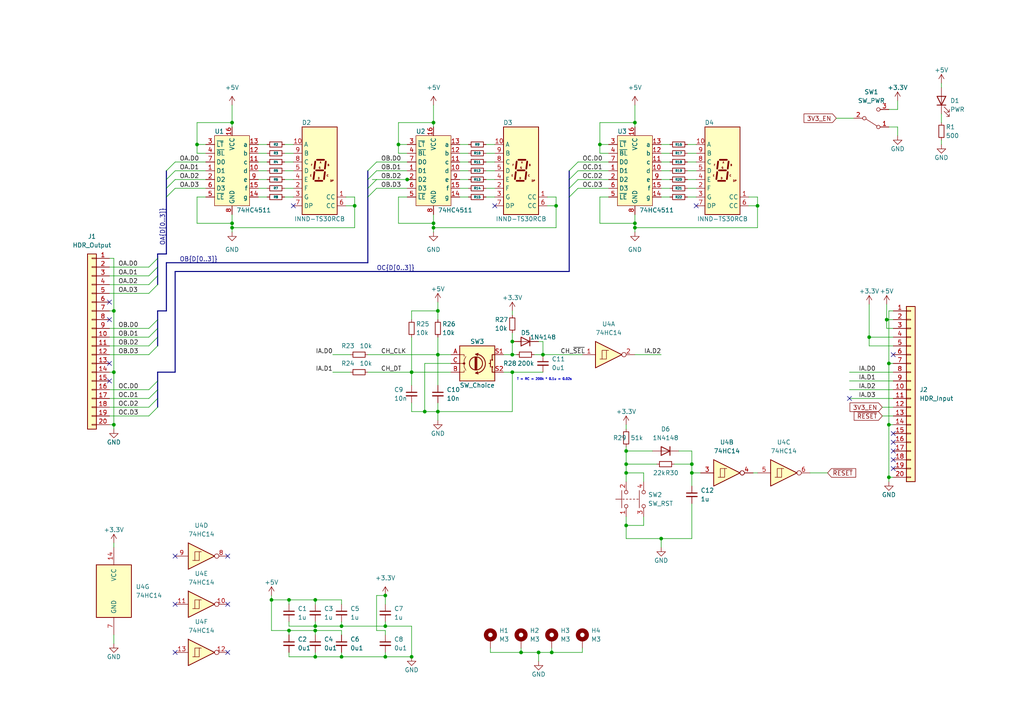
<source format=kicad_sch>
(kicad_sch (version 20211123) (generator eeschema)
  (paper "A4")
  (junction (at 161.29 59.69))
  (junction (at 91.44 190.5))
  (junction (at 148.59 107.95))
  (junction (at 78.74 173.99))
  (junction (at 148.59 99.06))
  (junction (at 200.66 137.16))
  (junction (at 257.81 123.19))
  (junction (at 111.76 172.72))
  (junction (at 119.38 107.95))
  (junction (at 33.02 107.95))
  (junction (at 67.31 35.56))
  (junction (at 118.11 52.07))
  (junction (at 91.44 181.61))
  (junction (at 127 102.87))
  (junction (at 111.76 181.61))
  (junction (at 99.06 190.5))
  (junction (at 257.81 105.41))
  (junction (at 156.21 189.23))
  (junction (at 125.73 35.56))
  (junction (at 83.82 182.88))
  (junction (at 91.44 182.88))
  (junction (at 184.15 64.77))
  (junction (at 119.38 190.5))
  (junction (at 83.82 173.99))
  (junction (at 67.31 66.04))
  (junction (at 160.02 189.23))
  (junction (at 123.19 119.38))
  (junction (at 252.095 97.79))
  (junction (at 57.15 41.91))
  (junction (at 91.44 173.99))
  (junction (at 181.61 130.81))
  (junction (at 111.76 190.5))
  (junction (at 184.15 35.56))
  (junction (at 181.61 134.62))
  (junction (at 184.15 66.04))
  (junction (at 191.77 156.21))
  (junction (at 33.02 90.17))
  (junction (at 257.81 138.43))
  (junction (at 125.73 64.77))
  (junction (at 257.175 92.71))
  (junction (at 127 90.17))
  (junction (at 157.48 102.87))
  (junction (at 181.61 152.4))
  (junction (at 181.61 137.16))
  (junction (at 200.66 134.62))
  (junction (at 127 119.38))
  (junction (at 125.73 66.04))
  (junction (at 219.71 59.69))
  (junction (at 99.06 181.61))
  (junction (at 115.57 41.91))
  (junction (at 67.31 64.77))
  (junction (at 102.87 59.69))
  (junction (at 151.13 189.23))
  (junction (at 33.02 123.19))
  (junction (at 173.99 41.91))
  (junction (at 148.59 102.87))
  (no_connect (at 259.08 130.81))
  (no_connect (at 246.38 115.57))
  (no_connect (at 50.8 161.29))
  (no_connect (at 85.09 59.69))
  (no_connect (at 259.08 135.89))
  (no_connect (at 259.08 125.73))
  (no_connect (at 31.75 87.63))
  (no_connect (at 66.04 189.23))
  (no_connect (at 31.75 110.49))
  (no_connect (at 143.51 59.69))
  (no_connect (at 66.04 161.29))
  (no_connect (at 259.08 133.35))
  (no_connect (at 50.8 175.26))
  (no_connect (at 31.75 105.41))
  (no_connect (at 259.08 102.87))
  (no_connect (at 259.08 128.27))
  (no_connect (at 66.04 175.26))
  (no_connect (at 50.8 189.23))
  (no_connect (at 201.93 59.69))
  (no_connect (at 31.75 92.71))
  (bus_entry (at 50.8 52.07) (size -2.54 2.54))
  (bus_entry (at 43.18 118.11) (size 2.54 -2.54))
  (bus_entry (at 43.18 82.55) (size 2.54 -2.54))
  (bus_entry (at 109.22 54.61) (size -2.54 2.54))
  (bus_entry (at 43.18 113.03) (size 2.54 -2.54))
  (bus_entry (at 50.8 54.61) (size -2.54 2.54))
  (bus_entry (at 43.18 115.57) (size 2.54 -2.54))
  (bus_entry (at 43.18 85.09) (size 2.54 -2.54))
  (bus_entry (at 43.18 80.01) (size 2.54 -2.54))
  (bus_entry (at 43.18 97.79) (size 2.54 -2.54))
  (bus_entry (at 167.64 49.53) (size -2.54 2.54))
  (bus_entry (at 43.18 102.87) (size 2.54 -2.54))
  (bus_entry (at 109.22 49.53) (size -2.54 2.54))
  (bus_entry (at 167.64 52.07) (size -2.54 2.54))
  (bus_entry (at 109.22 52.07) (size -2.54 2.54))
  (bus_entry (at 43.18 95.25) (size 2.54 -2.54))
  (bus_entry (at 50.8 46.99) (size -2.54 2.54))
  (bus_entry (at 50.8 49.53) (size -2.54 2.54))
  (bus_entry (at 43.18 77.47) (size 2.54 -2.54))
  (bus_entry (at 167.64 46.99) (size -2.54 2.54))
  (bus_entry (at 167.64 54.61) (size -2.54 2.54))
  (bus_entry (at 109.22 46.99) (size -2.54 2.54))
  (bus_entry (at 43.18 120.65) (size 2.54 -2.54))
  (bus_entry (at 43.18 100.33) (size 2.54 -2.54))
  (wire (pts (xy 127 90.17) (xy 127 92.71)))
  (wire (pts (xy 78.74 172.72) (xy 78.74 173.99)))
  (wire (pts (xy 31.75 77.47) (xy 43.18 77.47)))
  (bus (pts (xy 165.1 49.53) (xy 165.1 52.07)))
  (wire (pts (xy 74.93 41.91) (xy 77.47 41.91)))
  (wire (pts (xy 219.71 57.15) (xy 219.71 59.69)))
  (wire (pts (xy 181.61 137.16) (xy 181.61 139.7)))
  (wire (pts (xy 82.55 57.15) (xy 85.09 57.15)))
  (wire (pts (xy 119.38 92.71) (xy 119.38 90.17)))
  (wire (pts (xy 91.44 173.99) (xy 99.06 173.99)))
  (wire (pts (xy 57.15 35.56) (xy 67.31 35.56)))
  (wire (pts (xy 83.82 173.99) (xy 91.44 173.99)))
  (wire (pts (xy 252.095 97.79) (xy 259.08 97.79)))
  (wire (pts (xy 127 116.84) (xy 127 119.38)))
  (wire (pts (xy 199.39 41.91) (xy 201.93 41.91)))
  (wire (pts (xy 96.52 102.87) (xy 101.6 102.87)))
  (wire (pts (xy 33.02 107.95) (xy 33.02 123.19)))
  (wire (pts (xy 59.69 57.15) (xy 57.15 57.15)))
  (wire (pts (xy 33.02 90.17) (xy 33.02 107.95)))
  (wire (pts (xy 200.66 146.05) (xy 200.66 156.21)))
  (wire (pts (xy 119.38 119.38) (xy 123.19 119.38)))
  (wire (pts (xy 173.99 41.91) (xy 173.99 35.56)))
  (wire (pts (xy 191.77 44.45) (xy 194.31 44.45)))
  (wire (pts (xy 82.55 41.91) (xy 85.09 41.91)))
  (wire (pts (xy 115.57 41.91) (xy 115.57 35.56)))
  (wire (pts (xy 219.71 66.04) (xy 184.15 66.04)))
  (wire (pts (xy 31.75 82.55) (xy 43.18 82.55)))
  (wire (pts (xy 151.13 189.23) (xy 142.24 189.23)))
  (wire (pts (xy 125.73 30.48) (xy 125.73 35.56)))
  (wire (pts (xy 252.095 100.33) (xy 252.095 97.79)))
  (wire (pts (xy 31.75 97.79) (xy 43.18 97.79)))
  (wire (pts (xy 199.39 52.07) (xy 201.93 52.07)))
  (wire (pts (xy 100.33 59.69) (xy 102.87 59.69)))
  (wire (pts (xy 191.77 41.91) (xy 194.31 41.91)))
  (wire (pts (xy 161.29 66.04) (xy 125.73 66.04)))
  (wire (pts (xy 168.91 189.23) (xy 160.02 189.23)))
  (wire (pts (xy 82.55 46.99) (xy 85.09 46.99)))
  (wire (pts (xy 83.82 184.15) (xy 83.82 182.88)))
  (wire (pts (xy 176.53 44.45) (xy 173.99 44.45)))
  (bus (pts (xy 45.72 90.17) (xy 45.72 92.71)))
  (wire (pts (xy 156.21 191.77) (xy 156.21 189.23)))
  (wire (pts (xy 127 87.63) (xy 127 90.17)))
  (wire (pts (xy 167.64 54.61) (xy 176.53 54.61)))
  (wire (pts (xy 119.38 107.95) (xy 119.38 111.76)))
  (wire (pts (xy 146.05 102.87) (xy 148.59 102.87)))
  (wire (pts (xy 57.15 41.91) (xy 57.15 35.56)))
  (wire (pts (xy 133.35 41.91) (xy 135.89 41.91)))
  (wire (pts (xy 74.93 57.15) (xy 77.47 57.15)))
  (wire (pts (xy 127 97.79) (xy 127 102.87)))
  (wire (pts (xy 273.05 24.13) (xy 273.05 25.4)))
  (wire (pts (xy 257.81 123.19) (xy 259.08 123.19)))
  (wire (pts (xy 115.57 35.56) (xy 125.73 35.56)))
  (wire (pts (xy 123.19 119.38) (xy 127 119.38)))
  (wire (pts (xy 148.59 107.95) (xy 148.59 119.38)))
  (wire (pts (xy 102.87 57.15) (xy 102.87 59.69)))
  (wire (pts (xy 140.97 57.15) (xy 143.51 57.15)))
  (wire (pts (xy 140.97 46.99) (xy 143.51 46.99)))
  (wire (pts (xy 109.22 52.07) (xy 118.11 52.07)))
  (wire (pts (xy 119.38 181.61) (xy 119.38 190.5)))
  (wire (pts (xy 59.69 44.45) (xy 57.15 44.45)))
  (wire (pts (xy 257.81 105.41) (xy 259.08 105.41)))
  (wire (pts (xy 91.44 189.23) (xy 91.44 190.5)))
  (wire (pts (xy 184.15 35.56) (xy 184.15 36.83)))
  (wire (pts (xy 57.15 64.77) (xy 67.31 64.77)))
  (bus (pts (xy 45.72 77.47) (xy 45.72 74.93)))
  (wire (pts (xy 102.87 59.69) (xy 102.87 66.04)))
  (wire (pts (xy 257.175 92.71) (xy 259.08 92.71)))
  (bus (pts (xy 165.1 52.07) (xy 165.1 54.61)))
  (wire (pts (xy 156.21 99.06) (xy 157.48 99.06)))
  (wire (pts (xy 252.095 88.265) (xy 252.095 97.79)))
  (wire (pts (xy 148.59 107.95) (xy 157.48 107.95)))
  (wire (pts (xy 115.57 41.91) (xy 118.11 41.91)))
  (bus (pts (xy 45.72 73.66) (xy 48.26 73.66)))
  (wire (pts (xy 140.97 44.45) (xy 143.51 44.45)))
  (wire (pts (xy 119.38 116.84) (xy 119.38 119.38)))
  (wire (pts (xy 259.08 95.25) (xy 257.175 95.25)))
  (wire (pts (xy 99.06 190.5) (xy 111.76 190.5)))
  (wire (pts (xy 257.81 123.19) (xy 257.81 138.43)))
  (wire (pts (xy 181.61 129.54) (xy 181.61 130.81)))
  (wire (pts (xy 57.15 57.15) (xy 57.15 64.77)))
  (wire (pts (xy 186.69 137.16) (xy 181.61 137.16)))
  (wire (pts (xy 119.38 97.79) (xy 119.38 107.95)))
  (wire (pts (xy 31.75 85.09) (xy 43.18 85.09)))
  (wire (pts (xy 142.24 189.23) (xy 142.24 187.96)))
  (wire (pts (xy 31.75 102.87) (xy 43.18 102.87)))
  (wire (pts (xy 273.05 33.02) (xy 273.05 35.56)))
  (wire (pts (xy 31.75 74.93) (xy 33.02 74.93)))
  (wire (pts (xy 111.76 172.72) (xy 111.76 175.26)))
  (wire (pts (xy 118.11 44.45) (xy 115.57 44.45)))
  (wire (pts (xy 148.59 102.87) (xy 149.86 102.87)))
  (wire (pts (xy 184.15 30.48) (xy 184.15 35.56)))
  (wire (pts (xy 246.38 115.57) (xy 259.08 115.57)))
  (wire (pts (xy 91.44 181.61) (xy 99.06 181.61)))
  (wire (pts (xy 99.06 189.23) (xy 99.06 190.5)))
  (wire (pts (xy 99.06 181.61) (xy 111.76 181.61)))
  (wire (pts (xy 133.35 49.53) (xy 135.89 49.53)))
  (wire (pts (xy 99.06 180.34) (xy 99.06 181.61)))
  (wire (pts (xy 127 119.38) (xy 127 121.92)))
  (wire (pts (xy 181.61 130.81) (xy 189.23 130.81)))
  (wire (pts (xy 218.44 137.16) (xy 219.71 137.16)))
  (wire (pts (xy 106.68 102.87) (xy 127 102.87)))
  (wire (pts (xy 33.02 124.46) (xy 33.02 123.19)))
  (wire (pts (xy 199.39 57.15) (xy 201.93 57.15)))
  (wire (pts (xy 111.76 189.23) (xy 111.76 190.5)))
  (wire (pts (xy 167.64 46.99) (xy 176.53 46.99)))
  (wire (pts (xy 191.77 156.21) (xy 200.66 156.21)))
  (wire (pts (xy 181.61 152.4) (xy 181.61 156.21)))
  (wire (pts (xy 173.99 64.77) (xy 184.15 64.77)))
  (wire (pts (xy 186.69 149.86) (xy 186.69 152.4)))
  (wire (pts (xy 57.15 41.91) (xy 59.69 41.91)))
  (wire (pts (xy 67.31 66.04) (xy 67.31 67.31)))
  (wire (pts (xy 125.73 35.56) (xy 125.73 36.83)))
  (wire (pts (xy 160.02 189.23) (xy 156.21 189.23)))
  (wire (pts (xy 83.82 180.34) (xy 83.82 181.61)))
  (wire (pts (xy 246.38 110.49) (xy 259.08 110.49)))
  (wire (pts (xy 100.33 57.15) (xy 102.87 57.15)))
  (wire (pts (xy 167.64 52.07) (xy 176.53 52.07)))
  (wire (pts (xy 199.39 46.99) (xy 201.93 46.99)))
  (wire (pts (xy 140.97 52.07) (xy 143.51 52.07)))
  (wire (pts (xy 31.75 118.11) (xy 43.18 118.11)))
  (wire (pts (xy 191.77 54.61) (xy 194.31 54.61)))
  (wire (pts (xy 83.82 181.61) (xy 91.44 181.61)))
  (wire (pts (xy 140.97 41.91) (xy 143.51 41.91)))
  (bus (pts (xy 45.72 107.95) (xy 45.72 110.49)))
  (wire (pts (xy 181.61 130.81) (xy 181.61 134.62)))
  (wire (pts (xy 74.93 49.53) (xy 77.47 49.53)))
  (wire (pts (xy 246.38 107.95) (xy 259.08 107.95)))
  (wire (pts (xy 146.05 107.95) (xy 148.59 107.95)))
  (bus (pts (xy 45.72 97.79) (xy 45.72 95.25)))
  (wire (pts (xy 102.87 66.04) (xy 67.31 66.04)))
  (wire (pts (xy 33.02 123.19) (xy 31.75 123.19)))
  (wire (pts (xy 91.44 182.88) (xy 99.06 182.88)))
  (wire (pts (xy 118.11 57.15) (xy 115.57 57.15)))
  (bus (pts (xy 48.26 54.61) (xy 48.26 57.15)))
  (bus (pts (xy 45.72 95.25) (xy 45.72 92.71)))
  (wire (pts (xy 181.61 149.86) (xy 181.61 152.4)))
  (wire (pts (xy 186.69 139.7) (xy 186.69 137.16)))
  (wire (pts (xy 260.35 36.83) (xy 260.35 39.37)))
  (wire (pts (xy 83.82 182.88) (xy 78.74 182.88)))
  (wire (pts (xy 119.38 107.95) (xy 130.81 107.95)))
  (wire (pts (xy 31.75 107.95) (xy 33.02 107.95)))
  (wire (pts (xy 101.6 107.95) (xy 96.52 107.95)))
  (wire (pts (xy 191.77 46.99) (xy 194.31 46.99)))
  (wire (pts (xy 31.75 120.65) (xy 43.18 120.65)))
  (wire (pts (xy 133.35 54.61) (xy 135.89 54.61)))
  (bus (pts (xy 45.72 115.57) (xy 45.72 113.03)))
  (wire (pts (xy 31.75 95.25) (xy 43.18 95.25)))
  (wire (pts (xy 111.76 181.61) (xy 119.38 181.61)))
  (bus (pts (xy 48.26 90.17) (xy 45.72 90.17)))
  (wire (pts (xy 99.06 184.15) (xy 99.06 182.88)))
  (bus (pts (xy 106.68 49.53) (xy 106.68 52.07)))
  (bus (pts (xy 50.8 107.95) (xy 45.72 107.95)))
  (wire (pts (xy 176.53 57.15) (xy 173.99 57.15)))
  (wire (pts (xy 181.61 123.19) (xy 181.61 124.46)))
  (wire (pts (xy 133.35 46.99) (xy 135.89 46.99)))
  (wire (pts (xy 125.73 62.23) (xy 125.73 64.77)))
  (wire (pts (xy 259.08 100.33) (xy 252.095 100.33)))
  (wire (pts (xy 115.57 64.77) (xy 125.73 64.77)))
  (wire (pts (xy 125.73 66.04) (xy 125.73 67.31)))
  (bus (pts (xy 48.26 57.15) (xy 48.26 73.66)))
  (wire (pts (xy 82.55 52.07) (xy 85.09 52.07)))
  (bus (pts (xy 106.68 76.2) (xy 48.26 76.2)))
  (wire (pts (xy 151.13 187.96) (xy 151.13 189.23)))
  (wire (pts (xy 109.22 46.99) (xy 118.11 46.99)))
  (wire (pts (xy 257.81 31.75) (xy 260.35 31.75)))
  (wire (pts (xy 31.75 115.57) (xy 43.18 115.57)))
  (wire (pts (xy 191.77 156.21) (xy 191.77 158.75)))
  (wire (pts (xy 246.38 113.03) (xy 259.08 113.03)))
  (wire (pts (xy 115.57 57.15) (xy 115.57 64.77)))
  (wire (pts (xy 31.75 90.17) (xy 33.02 90.17)))
  (wire (pts (xy 67.31 35.56) (xy 67.31 36.83)))
  (wire (pts (xy 157.48 102.87) (xy 168.91 102.87)))
  (wire (pts (xy 160.02 187.96) (xy 160.02 189.23)))
  (wire (pts (xy 57.15 44.45) (xy 57.15 41.91)))
  (wire (pts (xy 191.77 49.53) (xy 194.31 49.53)))
  (wire (pts (xy 123.19 105.41) (xy 123.19 119.38)))
  (wire (pts (xy 161.29 57.15) (xy 161.29 59.69)))
  (bus (pts (xy 48.26 76.2) (xy 48.26 90.17)))
  (bus (pts (xy 50.8 78.74) (xy 50.8 107.95)))
  (wire (pts (xy 173.99 35.56) (xy 184.15 35.56)))
  (bus (pts (xy 165.1 57.15) (xy 165.1 78.74)))
  (wire (pts (xy 173.99 44.45) (xy 173.99 41.91)))
  (wire (pts (xy 111.76 182.88) (xy 111.76 184.15)))
  (wire (pts (xy 199.39 44.45) (xy 201.93 44.45)))
  (wire (pts (xy 31.75 80.01) (xy 43.18 80.01)))
  (wire (pts (xy 184.15 66.04) (xy 184.15 67.31)))
  (wire (pts (xy 242.57 34.29) (xy 247.65 34.29)))
  (wire (pts (xy 259.08 90.17) (xy 257.81 90.17)))
  (wire (pts (xy 140.97 54.61) (xy 143.51 54.61)))
  (wire (pts (xy 83.82 189.23) (xy 83.82 190.5)))
  (bus (pts (xy 106.68 57.15) (xy 106.68 76.2)))
  (wire (pts (xy 67.31 62.23) (xy 67.31 64.77)))
  (wire (pts (xy 255.905 120.65) (xy 259.08 120.65)))
  (wire (pts (xy 184.15 64.77) (xy 184.15 66.04)))
  (wire (pts (xy 91.44 190.5) (xy 99.06 190.5)))
  (wire (pts (xy 257.81 36.83) (xy 260.35 36.83)))
  (wire (pts (xy 50.8 49.53) (xy 59.69 49.53)))
  (bus (pts (xy 48.26 52.07) (xy 48.26 54.61)))
  (wire (pts (xy 148.59 96.52) (xy 148.59 99.06)))
  (wire (pts (xy 109.22 54.61) (xy 118.11 54.61)))
  (wire (pts (xy 181.61 134.62) (xy 190.5 134.62)))
  (wire (pts (xy 83.82 173.99) (xy 83.82 175.26)))
  (wire (pts (xy 217.17 57.15) (xy 219.71 57.15)))
  (wire (pts (xy 74.93 46.99) (xy 77.47 46.99)))
  (wire (pts (xy 118.11 52.07) (xy 119.38 52.07)))
  (wire (pts (xy 199.39 54.61) (xy 201.93 54.61)))
  (wire (pts (xy 83.82 190.5) (xy 91.44 190.5)))
  (wire (pts (xy 200.66 137.16) (xy 203.2 137.16)))
  (wire (pts (xy 50.8 52.07) (xy 59.69 52.07)))
  (wire (pts (xy 273.05 40.64) (xy 273.05 41.91)))
  (wire (pts (xy 191.77 52.07) (xy 194.31 52.07)))
  (wire (pts (xy 119.38 90.17) (xy 127 90.17)))
  (wire (pts (xy 186.69 152.4) (xy 181.61 152.4)))
  (wire (pts (xy 257.175 95.25) (xy 257.175 92.71)))
  (wire (pts (xy 31.75 113.03) (xy 43.18 113.03)))
  (wire (pts (xy 257.81 139.7) (xy 257.81 138.43)))
  (wire (pts (xy 157.48 99.06) (xy 157.48 102.87)))
  (wire (pts (xy 184.15 102.87) (xy 191.77 102.87)))
  (bus (pts (xy 45.72 100.33) (xy 45.72 97.79)))
  (wire (pts (xy 200.66 137.16) (xy 200.66 134.62)))
  (wire (pts (xy 111.76 190.5) (xy 119.38 190.5)))
  (wire (pts (xy 219.71 59.69) (xy 219.71 66.04)))
  (wire (pts (xy 184.15 62.23) (xy 184.15 64.77)))
  (wire (pts (xy 181.61 156.21) (xy 191.77 156.21)))
  (bus (pts (xy 48.26 49.53) (xy 48.26 52.07)))
  (wire (pts (xy 195.58 134.62) (xy 200.66 134.62)))
  (wire (pts (xy 127 102.87) (xy 130.81 102.87)))
  (wire (pts (xy 161.29 59.69) (xy 161.29 66.04)))
  (wire (pts (xy 109.22 172.72) (xy 111.76 172.72)))
  (wire (pts (xy 257.175 88.265) (xy 257.175 92.71)))
  (wire (pts (xy 127 119.38) (xy 148.59 119.38)))
  (wire (pts (xy 31.75 100.33) (xy 43.18 100.33)))
  (wire (pts (xy 260.35 31.75) (xy 260.35 29.21)))
  (wire (pts (xy 109.22 182.88) (xy 109.22 172.72)))
  (wire (pts (xy 50.8 46.99) (xy 59.69 46.99)))
  (wire (pts (xy 82.55 44.45) (xy 85.09 44.45)))
  (wire (pts (xy 181.61 134.62) (xy 181.61 137.16)))
  (wire (pts (xy 111.76 180.34) (xy 111.76 181.61)))
  (bus (pts (xy 45.72 80.01) (xy 45.72 77.47)))
  (wire (pts (xy 91.44 173.99) (xy 91.44 175.26)))
  (wire (pts (xy 257.81 105.41) (xy 257.81 123.19)))
  (wire (pts (xy 82.55 49.53) (xy 85.09 49.53)))
  (wire (pts (xy 156.21 189.23) (xy 151.13 189.23)))
  (wire (pts (xy 257.81 138.43) (xy 259.08 138.43)))
  (wire (pts (xy 200.66 130.81) (xy 196.85 130.81)))
  (wire (pts (xy 91.44 180.34) (xy 91.44 181.61)))
  (wire (pts (xy 168.91 187.96) (xy 168.91 189.23)))
  (wire (pts (xy 33.02 157.48) (xy 33.02 158.75)))
  (bus (pts (xy 165.1 54.61) (xy 165.1 57.15)))
  (wire (pts (xy 99.06 173.99) (xy 99.06 175.26)))
  (wire (pts (xy 130.81 105.41) (xy 123.19 105.41)))
  (wire (pts (xy 78.74 173.99) (xy 83.82 173.99)))
  (wire (pts (xy 133.35 52.07) (xy 135.89 52.07)))
  (wire (pts (xy 200.66 140.97) (xy 200.66 137.16)))
  (wire (pts (xy 33.02 74.93) (xy 33.02 90.17)))
  (bus (pts (xy 45.72 113.03) (xy 45.72 110.49)))
  (wire (pts (xy 107.95 52.07) (xy 109.22 52.07)))
  (wire (pts (xy 133.35 57.15) (xy 135.89 57.15)))
  (wire (pts (xy 173.99 41.91) (xy 176.53 41.91)))
  (bus (pts (xy 106.68 52.07) (xy 106.68 54.61)))
  (wire (pts (xy 83.82 182.88) (xy 91.44 182.88)))
  (wire (pts (xy 125.73 64.77) (xy 125.73 66.04)))
  (wire (pts (xy 200.66 134.62) (xy 200.66 130.81)))
  (wire (pts (xy 167.64 49.53) (xy 176.53 49.53)))
  (wire (pts (xy 158.75 57.15) (xy 161.29 57.15)))
  (wire (pts (xy 91.44 184.15) (xy 91.44 182.88)))
  (wire (pts (xy 148.59 99.06) (xy 148.59 102.87)))
  (wire (pts (xy 140.97 49.53) (xy 143.51 49.53)))
  (wire (pts (xy 106.68 107.95) (xy 119.38 107.95)))
  (wire (pts (xy 257.81 90.17) (xy 257.81 105.41)))
  (wire (pts (xy 109.22 49.53) (xy 118.11 49.53)))
  (wire (pts (xy 78.74 182.88) (xy 78.74 173.99)))
  (wire (pts (xy 191.77 57.15) (xy 194.31 57.15)))
  (wire (pts (xy 33.02 184.15) (xy 33.02 186.69)))
  (wire (pts (xy 82.55 54.61) (xy 85.09 54.61)))
  (wire (pts (xy 74.93 52.07) (xy 77.47 52.07)))
  (wire (pts (xy 234.95 137.16) (xy 240.03 137.16)))
  (wire (pts (xy 133.35 44.45) (xy 135.89 44.45)))
  (wire (pts (xy 158.75 59.69) (xy 161.29 59.69)))
  (bus (pts (xy 45.72 118.11) (xy 45.72 115.57)))
  (bus (pts (xy 165.1 78.74) (xy 50.8 78.74)))
  (wire (pts (xy 127 102.87) (xy 127 111.76)))
  (wire (pts (xy 74.93 44.45) (xy 77.47 44.45)))
  (wire (pts (xy 50.8 54.61) (xy 59.69 54.61)))
  (wire (pts (xy 67.31 30.48) (xy 67.31 35.56)))
  (wire (pts (xy 199.39 49.53) (xy 201.93 49.53)))
  (wire (pts (xy 154.94 102.87) (xy 157.48 102.87)))
  (wire (pts (xy 148.59 91.44) (xy 148.59 90.17)))
  (bus (pts (xy 106.68 54.61) (xy 106.68 57.15)))
  (wire (pts (xy 217.17 59.69) (xy 219.71 59.69)))
  (wire (pts (xy 111.76 182.88) (xy 109.22 182.88)))
  (wire (pts (xy 255.905 118.11) (xy 259.08 118.11)))
  (bus (pts (xy 45.72 74.93) (xy 45.72 73.66)))
  (wire (pts (xy 74.93 54.61) (xy 77.47 54.61)))
  (wire (pts (xy 67.31 64.77) (xy 67.31 66.04)))
  (bus (pts (xy 45.72 82.55) (xy 45.72 80.01)))
  (wire (pts (xy 115.57 44.45) (xy 115.57 41.91)))
  (wire (pts (xy 173.99 57.15) (xy 173.99 64.77)))
  (text "T = RC = 200k * 0.1u = 0.02s\n" (at 149.86 110.49 0) (effects (font (size 0.65 0.65)) (justify left bottom)))
  (label "OA.D3" (at 52.07 54.61 0))
  (label "OB.D0" (at 110.49 46.99 0))
  (label "OC{D[0..3]}" (at 109.22 78.74 0))
  (label "CH_DT" (at 110.49 107.95 0))
  (label "OB{D[0..3]}" (at 52.07 76.2 0))
  (label "OA{D[0..3]}" (at 48.26 71.12 90))
  (label "IA.D2" (at 254 113.03 180))
  (label "OC.D2" (at 168.91 52.07 0))
  (label "OC.D1" (at 168.91 49.53 0))
  (label "OC.D1" (at 34.29 115.57 0))
  (label "CH_~{SEL}" (at 162.56 102.87 0))
  (label "IA.D2" (at 191.77 102.87 180))
  (label "OA.D1" (at 34.29 80.01 0))
  (label "IA.D3" (at 254 115.57 180))
  (label "OC.D2" (at 34.29 118.11 0))
  (label "OA.D3" (at 34.29 85.09 0))
  (label "CH_CLK" (at 110.49 102.87 0))
  (label "OA.D2" (at 52.07 52.07 0))
  (label "OB.D0" (at 34.29 95.25 0))
  (label "IA.D1" (at 96.52 107.95 180))
  (label "OA.D0" (at 52.07 46.99 0))
  (label "IA.D0" (at 96.52 102.87 180))
  (label "OC.D0" (at 168.91 46.99 0))
  (label "OB.D2" (at 110.49 52.07 0))
  (label "OC.D0" (at 34.29 113.03 0))
  (label "OA.D0" (at 34.29 77.47 0))
  (label "OC.D3" (at 168.91 54.61 0))
  (label "OA.D2" (at 34.29 82.55 0))
  (label "OB.D3" (at 34.29 102.87 0))
  (label "OB.D1" (at 34.29 97.79 0))
  (label "IA.D1" (at 254 110.49 180))
  (label "OB.D2" (at 34.29 100.33 0))
  (label "OC.D3" (at 34.29 120.65 0))
  (label "OB.D1" (at 110.49 49.53 0))
  (label "OB.D3" (at 110.49 54.61 0))
  (label "IA.D0" (at 254 107.95 180))
  (label "OA.D1" (at 52.07 49.53 0))
  (global_label "3V3_EN" (shape input) (at 255.905 118.11 180) (property "Intersheet References" "${INTERSHEET_REFS}" (effects hide)))
  (global_label "3V3_EN" (shape input) (at 242.57 34.29 180) (property "Intersheet References" "${INTERSHEET_REFS}" (effects hide)))
  (global_label "~{RESET}" (shape input) (at 240.03 137.16 0) (property "Intersheet References" "${INTERSHEET_REFS}" (effects hide)))
  (global_label "~{RESET}" (shape input) (at 255.905 120.65 180) (property "Intersheet References" "${INTERSHEET_REFS}" (effects hide)))
  (symbol (lib_id "Device:R_Small") (at 104.14 102.87 90) (unit 1)
    (property "Reference" "R23" (at 102.87 100.33 90) (effects (justify left)))
    (property "Value" "10k" (at 107.95 100.33 90) (effects (justify left)))
    (property "Footprint" "Resistor_THT:R_Axial_DIN0204_L3.6mm_D1.6mm_P5.08mm_Horizontal" (effects hide))
  )
  (symbol (lib_id "Device:R_Small") (at 152.4 102.87 90) (unit 1)
    (property "Reference" "R28" (at 149.86 105.41 90) (effects (justify left)))
    (property "Value" "200k" (at 154.94 105.41 90) (effects (justify left)))
    (property "Footprint" "Resistor_THT:R_Axial_DIN0204_L3.6mm_D1.6mm_P5.08mm_Horizontal" (effects hide))
  )
  (symbol (lib_name "+3.3V_1") (lib_id "power:+3.3V") (at 252.095 88.265 0) (unit 1)
    (property "Reference" "#PWR0107" (effects hide))
    (property "Value" "+3.3V" (at 252.095 84.455 0))
  )
  (symbol (lib_id "Device:R_Small") (at 80.01 57.15 90) (unit 1)
    (property "Reference" "R8" (at 80.01 57.15 90) (effects (font (size 0.65 0.65))))
    (property "Value" "330" (effects hide))
    (property "Footprint" "Resistor_THT:R_Axial_DIN0204_L3.6mm_D1.6mm_P5.08mm_Horizontal" (effects hide))
  )
  (symbol (lib_id "Mechanical:MountingHole_Pad") (at 168.91 185.42 0) (unit 1)
    (property "Reference" "H4" (at 171.45 182.8799 0) (effects (justify left)))
    (property "Value" "M3" (at 171.45 185.4199 0) (effects (justify left)))
    (property "Footprint" "MountingHole:MountingHole_3.2mm_M3_Pad" (effects hide))
  )
  (symbol (lib_id "power:+5V") (at 125.73 30.48 0) (unit 1)
    (property "Reference" "#PWR0111" (effects hide))
    (property "Value" "+5V" (at 125.73 25.4 0))
  )
  (symbol (lib_id "power:GND") (at 191.77 158.75 0) (unit 1)
    (property "Reference" "#PWR0115" (effects hide))
    (property "Value" "GND" (at 191.77 162.56 0))
  )
  (symbol (lib_id "Device:C_Small") (at 127 114.3 0) (unit 1)
    (property "Reference" "C10" (at 129.54 113.03 0) (effects (justify left)))
    (property "Value" "10n" (at 129.54 115.57 0) (effects (justify left)))
    (property "Footprint" "Capacitor_THT:C_Rect_L4.0mm_W2.5mm_P2.50mm" (effects hide))
  )
  (symbol (lib_id "Device:R_Small") (at 80.01 46.99 90) (unit 1)
    (property "Reference" "R4" (at 80.01 46.99 90) (effects (font (size 0.65 0.65))))
    (property "Value" "330" (effects hide))
    (property "Footprint" "Resistor_THT:R_Axial_DIN0204_L3.6mm_D1.6mm_P5.08mm_Horizontal" (effects hide))
  )
  (symbol (lib_id "power:+3.3V") (at 111.76 172.72 0) (unit 1)
    (property "Reference" "#PWR?" (effects hide))
    (property "Value" "+3.3V" (at 111.76 167.64 0))
  )
  (symbol (lib_id "power:GND") (at 184.15 67.31 0) (unit 1)
    (property "Reference" "#PWR0116" (effects hide))
    (property "Value" "GND" (at 184.15 72.39 0))
  )
  (symbol (lib_id "Mechanical:MountingHole_Pad") (at 142.24 185.42 0) (unit 1)
    (property "Reference" "H1" (at 144.78 182.8799 0) (effects (justify left)))
    (property "Value" "M3" (at 144.78 185.4199 0) (effects (justify left)))
    (property "Footprint" "MountingHole:MountingHole_3.2mm_M3_Pad" (effects hide))
  )
  (symbol (lib_id "Connector_Generic:Conn_01x20") (at 26.67 97.79 0) (mirror y) (unit 1)
    (property "Reference" "J1" (at 26.67 68.58 0))
    (property "Value" "HDR_Output" (at 26.67 71.12 0))
    (property "Footprint" "Connector_PinSocket_2.54mm:PinSocket_1x20_P2.54mm_Vertical" (effects hide))
  )
  (symbol (lib_id "Device:C_Small") (at 111.76 186.69 0) (unit 1)
    (property "Reference" "C8" (at 114.3 185.4262 0) (effects (justify left)))
    (property "Value" "0u1" (at 114.3 187.9662 0) (effects (justify left)))
    (property "Footprint" "Capacitor_THT:C_Rect_L4.0mm_W2.5mm_P2.50mm" (effects hide))
  )
  (symbol (lib_id "Device:R_Small") (at 80.01 52.07 90) (unit 1)
    (property "Reference" "R6" (at 80.01 52.07 90) (effects (font (size 0.65 0.65))))
    (property "Value" "330" (effects hide))
    (property "Footprint" "Resistor_THT:R_Axial_DIN0204_L3.6mm_D1.6mm_P5.08mm_Horizontal" (effects hide))
  )
  (symbol (lib_id "Connector_Generic:Conn_01x20") (at 264.16 113.03 0) (unit 1)
    (property "Reference" "J2" (at 266.7 113.0299 0) (effects (justify left)))
    (property "Value" "HDR_Input" (at 266.7 115.5699 0) (effects (justify left)))
    (property "Footprint" "Connector_PinSocket_2.54mm:PinSocket_1x20_P2.54mm_Vertical" (effects hide))
  )
  (symbol (lib_id "CustomParts:74HC4511") (at 184.15 49.53 0) (unit 1)
    (property "Reference" "U3" (at 179.07 38.1 0) (effects (justify left)))
    (property "Value" "74HC4511" (at 185.42 60.96 0) (effects (justify left)))
    (property "Footprint" "Package_DIP:DIP-16_W7.62mm" (effects hide))
    (property "Datasheet" "https://www.ti.com/lit/ds/symlink/cd74hc4511.pdf?HQS=dis-dk-null-digikeymode-dsf-pf-null-wwe&ts=1673541990802&ref_url=https%253A%252F%252Fwww.ti.com%252Fgeneral%252Fdocs%252Fsuppproductinfo.tsp%253FdistId%253D10%2526gotoUrl%253Dhttps%253A%252F%252Fwww.ti.com%252Flit%252Fgpn%252Fcd74hc4511" (effects hide))
  )
  (symbol (lib_id "Device:R_Small") (at 196.85 57.15 90) (unit 1)
    (property "Reference" "R22" (at 196.85 57.15 90) (effects (font (size 0.65 0.65))))
    (property "Value" "330" (effects hide))
    (property "Footprint" "Resistor_THT:R_Axial_DIN0204_L3.6mm_D1.6mm_P5.08mm_Horizontal" (effects hide))
  )
  (symbol (lib_id "Device:R_Small") (at 196.85 49.53 90) (unit 1)
    (property "Reference" "R19" (at 196.85 49.53 90) (effects (font (size 0.65 0.65))))
    (property "Value" "330" (effects hide))
    (property "Footprint" "Resistor_THT:R_Axial_DIN0204_L3.6mm_D1.6mm_P5.08mm_Horizontal" (effects hide))
  )
  (symbol (lib_id "Device:R_Small") (at 148.59 93.98 0) (unit 1)
    (property "Reference" "R27" (at 143.51 92.71 0) (effects (justify left)))
    (property "Value" "10k" (at 143.51 95.25 0) (effects (justify left)))
    (property "Footprint" "Resistor_THT:R_Axial_DIN0204_L3.6mm_D1.6mm_P5.08mm_Horizontal" (effects hide))
  )
  (symbol (lib_id "Device:R_Small") (at 104.14 107.95 90) (unit 1)
    (property "Reference" "R24" (at 102.87 105.41 90) (effects (justify left)))
    (property "Value" "10k" (at 107.95 105.41 90) (effects (justify left)))
    (property "Footprint" "Resistor_THT:R_Axial_DIN0204_L3.6mm_D1.6mm_P5.08mm_Horizontal" (effects hide))
  )
  (symbol (lib_id "74xx:74HC14") (at 33.02 171.45 0) (unit 7)
    (property "Reference" "U4" (at 39.37 170.1799 0) (effects (justify left)))
    (property "Value" "74HC14" (at 39.37 172.7199 0) (effects (justify left)))
    (property "Footprint" "Package_DIP:DIP-14_W7.62mm_Socket" (effects hide))
    (property "Datasheet" "http://www.ti.com/lit/gpn/sn74HC14" (effects hide))
  )
  (symbol (lib_id "74xx:74HC14") (at 58.42 161.29 0) (unit 4)
    (property "Reference" "U4" (at 58.42 152.4 0))
    (property "Value" "74HC14" (at 58.42 154.94 0))
    (property "Footprint" "Package_DIP:DIP-14_W7.62mm_Socket" (effects hide))
    (property "Datasheet" "http://www.ti.com/lit/gpn/sn74HC14" (effects hide))
  )
  (symbol (lib_name "+3.3V_1") (lib_id "power:+3.3V") (at 181.61 123.19 0) (unit 1)
    (property "Reference" "#PWR0112" (effects hide))
    (property "Value" "+3.3V" (at 181.61 119.38 0))
  )
  (symbol (lib_id "Switch:SW_Push_Dual") (at 181.61 144.78 90) (unit 1)
    (property "Reference" "SW2" (at 187.96 143.5099 90) (effects (justify right)))
    (property "Value" "SW_RST" (at 187.96 146.0499 90) (effects (justify right)))
    (property "Footprint" "Button_Switch_THT:SW_Tactile_Straight_KSA0Axx1LFTR" (effects hide))
  )
  (symbol (lib_id "Device:R_Small") (at 138.43 41.91 90) (unit 1)
    (property "Reference" "R9" (at 138.43 41.91 90) (effects (font (size 0.65 0.65))))
    (property "Value" "330" (effects hide))
    (property "Footprint" "Resistor_THT:R_Axial_DIN0204_L3.6mm_D1.6mm_P5.08mm_Horizontal" (effects hide))
  )
  (symbol (lib_id "Device:C_Small") (at 99.06 186.69 0) (unit 1)
    (property "Reference" "C6" (at 101.6 185.4262 0) (effects (justify left)))
    (property "Value" "0u1" (at 101.6 187.9662 0) (effects (justify left)))
    (property "Footprint" "Capacitor_THT:C_Rect_L4.0mm_W2.5mm_P2.50mm" (effects hide))
  )
  (symbol (lib_id "Device:R_Small") (at 119.38 95.25 0) (unit 1)
    (property "Reference" "R25" (at 120.65 93.98 0) (effects (justify left)))
    (property "Value" "10k" (at 120.65 96.52 0) (effects (justify left)))
    (property "Footprint" "Resistor_THT:R_Axial_DIN0204_L3.6mm_D1.6mm_P5.08mm_Horizontal" (effects hide))
  )
  (symbol (lib_id "Device:R_Small") (at 138.43 49.53 90) (unit 1)
    (property "Reference" "R12" (at 138.43 49.53 90) (effects (font (size 0.65 0.65))))
    (property "Value" "330" (effects hide))
    (property "Footprint" "Resistor_THT:R_Axial_DIN0204_L3.6mm_D1.6mm_P5.08mm_Horizontal" (effects hide))
  )
  (symbol (lib_id "Device:C_Small") (at 111.76 177.8 0) (unit 1)
    (property "Reference" "C7" (at 114.3 176.5362 0) (effects (justify left)))
    (property "Value" "1u" (at 114.3 179.0762 0) (effects (justify left)))
    (property "Footprint" "Capacitor_THT:C_Rect_L4.0mm_W2.5mm_P2.50mm" (effects hide))
  )
  (symbol (lib_id "Mechanical:MountingHole_Pad") (at 151.13 185.42 0) (unit 1)
    (property "Reference" "H2" (at 153.67 182.8799 0) (effects (justify left)))
    (property "Value" "M3" (at 153.67 185.4199 0) (effects (justify left)))
    (property "Footprint" "MountingHole:MountingHole_3.2mm_M3_Pad" (effects hide))
  )
  (symbol (lib_id "Device:R_Small") (at 138.43 57.15 90) (unit 1)
    (property "Reference" "R15" (at 138.43 57.15 90) (effects (font (size 0.65 0.65))))
    (property "Value" "330" (effects hide))
    (property "Footprint" "Resistor_THT:R_Axial_DIN0204_L3.6mm_D1.6mm_P5.08mm_Horizontal" (effects hide))
  )
  (symbol (lib_name "+5V_1") (lib_id "power:+5V") (at 257.175 88.265 0) (unit 1)
    (property "Reference" "#PWR0108" (effects hide))
    (property "Value" "+5V" (at 257.175 84.455 0))
  )
  (symbol (lib_id "Device:R_Small") (at 80.01 49.53 90) (unit 1)
    (property "Reference" "R5" (at 80.01 49.53 90) (effects (font (size 0.65 0.65))))
    (property "Value" "330" (effects hide))
    (property "Footprint" "Resistor_THT:R_Axial_DIN0204_L3.6mm_D1.6mm_P5.08mm_Horizontal" (effects hide))
  )
  (symbol (lib_name "+3.3V_1") (lib_id "power:+3.3V") (at 33.02 157.48 0) (unit 1)
    (property "Reference" "#PWR0121" (effects hide))
    (property "Value" "+3.3V" (at 33.02 153.67 0))
  )
  (symbol (lib_id "Display_Character:HDSP-A153") (at 92.71 49.53 0) (unit 1)
    (property "Reference" "D2" (at 88.9 35.56 0))
    (property "Value" "INND-TS30RCB" (at 92.71 63.5 0))
    (property "Footprint" "Display_7Segment:HDSP-A151" (effects hide))
    (property "Datasheet" "https://www.inolux-corp.com/datasheet/Display/Through-Hole-Display/SingleDigit/INND-TS30%20Series_V1.0.pdf" (effects hide))
  )
  (symbol (lib_id "Device:R_Small") (at 127 95.25 0) (unit 1)
    (property "Reference" "R26" (at 128.27 93.98 0) (effects (justify left)))
    (property "Value" "10k" (at 128.27 96.52 0) (effects (justify left)))
    (property "Footprint" "Resistor_THT:R_Axial_DIN0204_L3.6mm_D1.6mm_P5.08mm_Horizontal" (effects hide))
  )
  (symbol (lib_id "74xx:74HC14") (at 58.42 189.23 0) (unit 6)
    (property "Reference" "U4" (at 58.42 180.34 0))
    (property "Value" "74HC14" (at 58.42 182.88 0))
    (property "Footprint" "Package_DIP:DIP-14_W7.62mm_Socket" (effects hide))
    (property "Datasheet" "http://www.ti.com/lit/gpn/sn74HC14" (effects hide))
  )
  (symbol (lib_id "Device:R_Small") (at 196.85 41.91 90) (unit 1)
    (property "Reference" "R16" (at 196.85 41.91 90) (effects (font (size 0.65 0.65))))
    (property "Value" "330" (effects hide))
    (property "Footprint" "Resistor_THT:R_Axial_DIN0204_L3.6mm_D1.6mm_P5.08mm_Horizontal" (effects hide))
  )
  (symbol (lib_id "power:GND") (at 125.73 67.31 0) (unit 1)
    (property "Reference" "#PWR0101" (effects hide))
    (property "Value" "GND" (at 125.73 72.39 0))
  )
  (symbol (lib_id "power:GND") (at 156.21 191.77 0) (unit 1)
    (property "Reference" "#PWR0124" (effects hide))
    (property "Value" "GND" (at 156.21 195.58 0))
  )
  (symbol (lib_id "power:+5V") (at 184.15 30.48 0) (unit 1)
    (property "Reference" "#PWR0103" (effects hide))
    (property "Value" "+5V" (at 184.15 25.4 0))
  )
  (symbol (lib_id "Device:C_Small") (at 200.66 143.51 0) (unit 1)
    (property "Reference" "C12" (at 203.2 142.24 0) (effects (justify left)))
    (property "Value" "1u" (at 203.2 144.78 0) (effects (justify left)))
    (property "Footprint" "Capacitor_THT:C_Rect_L4.0mm_W2.5mm_P2.50mm" (effects hide))
  )
  (symbol (lib_id "74xx:74HC14") (at 210.82 137.16 0) (unit 2)
    (property "Reference" "U4" (at 210.82 128.27 0))
    (property "Value" "74HC14" (at 210.82 130.81 0))
    (property "Footprint" "Package_DIP:DIP-14_W7.62mm_Socket" (effects hide))
    (property "Datasheet" "http://www.ti.com/lit/gpn/sn74HC14" (effects hide))
  )
  (symbol (lib_id "power:GND") (at 33.02 124.46 0) (unit 1)
    (property "Reference" "#PWR0119" (effects hide))
    (property "Value" "GND" (at 33.02 128.27 0))
  )
  (symbol (lib_id "Device:C_Small") (at 83.82 186.69 0) (unit 1)
    (property "Reference" "C2" (at 86.36 185.4262 0) (effects (justify left)))
    (property "Value" "0u1" (at 86.36 187.9662 0) (effects (justify left)))
    (property "Footprint" "Capacitor_THT:C_Rect_L4.0mm_W2.5mm_P2.50mm" (effects hide))
  )
  (symbol (lib_id "Device:C_Small") (at 119.38 114.3 0) (unit 1)
    (property "Reference" "C9" (at 114.3 113.03 0) (effects (justify left)))
    (property "Value" "10n" (at 114.3 115.57 0) (effects (justify left)))
    (property "Footprint" "Capacitor_THT:C_Rect_L4.0mm_W2.5mm_P2.50mm" (effects hide))
  )
  (symbol (lib_id "power:+5V") (at 67.31 30.48 0) (unit 1)
    (property "Reference" "#PWR0118" (effects hide))
    (property "Value" "+5V" (at 67.31 25.4 0))
  )
  (symbol (lib_id "Diode:1N4148") (at 152.4 99.06 180) (unit 1)
    (property "Reference" "D5" (at 152.4 96.52 0))
    (property "Value" "1N4148" (at 157.48 97.79 0))
    (property "Footprint" "Diode_THT:D_DO-35_SOD27_P7.62mm_Horizontal" (effects hide))
    (property "Datasheet" "https://assets.nexperia.com/documents/data-sheet/1N4148_1N4448.pdf" (effects hide))
  )
  (symbol (lib_id "power:+5V") (at 127 87.63 0) (unit 1)
    (property "Reference" "#PWR0102" (effects hide))
    (property "Value" "+5V" (at 127 83.82 0))
  )
  (symbol (lib_id "Device:R_Small") (at 138.43 44.45 90) (unit 1)
    (property "Reference" "R10" (at 138.43 44.45 90) (effects (font (size 0.65 0.65))))
    (property "Value" "330" (effects hide))
    (property "Footprint" "Resistor_THT:R_Axial_DIN0204_L3.6mm_D1.6mm_P5.08mm_Horizontal" (effects hide))
  )
  (symbol (lib_id "power:GND") (at 273.05 41.91 0) (unit 1)
    (property "Reference" "#PWR0105" (effects hide))
    (property "Value" "GND" (at 273.05 45.72 0))
  )
  (symbol (lib_id "Mechanical:MountingHole_Pad") (at 160.02 185.42 0) (unit 1)
    (property "Reference" "H3" (at 162.56 182.8799 0) (effects (justify left)))
    (property "Value" "M3" (at 162.56 185.4199 0) (effects (justify left)))
    (property "Footprint" "MountingHole:MountingHole_3.2mm_M3_Pad" (effects hide))
  )
  (symbol (lib_id "power:GND") (at 260.35 39.37 0) (unit 1)
    (property "Reference" "#PWR0106" (effects hide))
    (property "Value" "GND" (at 260.35 43.18 0))
  )
  (symbol (lib_id "Device:R_Small") (at 196.85 46.99 90) (unit 1)
    (property "Reference" "R18" (at 196.85 46.99 90) (effects (font (size 0.65 0.65))))
    (property "Value" "330" (effects hide))
    (property "Footprint" "Resistor_THT:R_Axial_DIN0204_L3.6mm_D1.6mm_P5.08mm_Horizontal" (effects hide))
  )
  (symbol (lib_id "power:GND") (at 33.02 186.69 0) (unit 1)
    (property "Reference" "#PWR0120" (effects hide))
    (property "Value" "GND" (at 33.02 190.5 0))
  )
  (symbol (lib_id "Device:R_Small") (at 138.43 54.61 90) (unit 1)
    (property "Reference" "R14" (at 138.43 54.61 90) (effects (font (size 0.65 0.65))))
    (property "Value" "330" (effects hide))
    (property "Footprint" "Resistor_THT:R_Axial_DIN0204_L3.6mm_D1.6mm_P5.08mm_Horizontal" (effects hide))
  )
  (symbol (lib_id "Device:R_Small") (at 138.43 52.07 90) (unit 1)
    (property "Reference" "R13" (at 138.43 52.07 90) (effects (font (size 0.65 0.65))))
    (property "Value" "330" (effects hide))
    (property "Footprint" "Resistor_THT:R_Axial_DIN0204_L3.6mm_D1.6mm_P5.08mm_Horizontal" (effects hide))
  )
  (symbol (lib_id "Device:C_Small") (at 91.44 177.8 0) (unit 1)
    (property "Reference" "C3" (at 93.98 176.5362 0) (effects (justify left)))
    (property "Value" "1u" (at 93.98 179.0762 0) (effects (justify left)))
    (property "Footprint" "Capacitor_THT:C_Rect_L4.0mm_W2.5mm_P2.50mm" (effects hide))
  )
  (symbol (lib_id "CustomParts:74HC4511") (at 67.31 49.53 0) (unit 1)
    (property "Reference" "U1" (at 62.23 38.1 0) (effects (justify left)))
    (property "Value" "74HC4511" (at 68.58 60.96 0) (effects (justify left)))
    (property "Footprint" "Package_DIP:DIP-16_W7.62mm" (effects hide))
    (property "Datasheet" "https://www.ti.com/lit/ds/symlink/cd74hc4511.pdf?HQS=dis-dk-null-digikeymode-dsf-pf-null-wwe&ts=1673541990802&ref_url=https%253A%252F%252Fwww.ti.com%252Fgeneral%252Fdocs%252Fsuppproductinfo.tsp%253FdistId%253D10%2526gotoUrl%253Dhttps%253A%252F%252Fwww.ti.com%252Flit%252Fgpn%252Fcd74hc4511" (effects hide))
  )
  (symbol (lib_id "Device:R_Small") (at 80.01 44.45 90) (unit 1)
    (property "Reference" "R3" (at 80.01 44.45 90) (effects (font (size 0.65 0.65))))
    (property "Value" "330" (effects hide))
    (property "Footprint" "Resistor_THT:R_Axial_DIN0204_L3.6mm_D1.6mm_P5.08mm_Horizontal" (effects hide))
  )
  (symbol (lib_id "Device:RotaryEncoder_Switch") (at 138.43 105.41 0) (unit 1)
    (property "Reference" "SW3" (at 138.43 99.06 0))
    (property "Value" "SW_Choice" (at 138.43 111.76 0))
    (property "Footprint" "Rotary_Encoder:RotaryEncoder_Alps_EC11E-Switch_Vertical_H20mm" (effects hide))
    (property "Datasheet" "https://www.bourns.com/docs/Product-Datasheets/PEC12R.pdf" (effects hide))
    (property "Manufacturer" "Bourns Inc." (effects hide))
    (property "Manufacturer Part Number" "PEC12R-4220F-S0024" (effects hide))
    (property "Supplier Part Number" "PEC12R-4220F-S0024-ND" (effects hide))
  )
  (symbol (lib_id "Device:R_Small") (at 273.05 38.1 0) (unit 1)
    (property "Reference" "R1" (at 274.32 36.83 0) (effects (justify left)))
    (property "Value" "500" (at 274.32 39.37 0) (effects (justify left)))
    (property "Footprint" "Resistor_THT:R_Axial_DIN0204_L3.6mm_D1.6mm_P5.08mm_Horizontal" (effects hide))
  )
  (symbol (lib_id "Display_Character:HDSP-A153") (at 209.55 49.53 0) (unit 1)
    (property "Reference" "D4" (at 205.74 35.56 0))
    (property "Value" "INND-TS30RCB" (at 209.55 63.5 0))
    (property "Footprint" "Display_7Segment:HDSP-A151" (effects hide))
    (property "Datasheet" "https://www.inolux-corp.com/datasheet/Display/Through-Hole-Display/SingleDigit/INND-TS30%20Series_V1.0.pdf" (effects hide))
  )
  (symbol (lib_id "power:GND") (at 257.81 139.7 0) (unit 1)
    (property "Reference" "#PWR0110" (effects hide))
    (property "Value" "GND" (at 257.81 143.51 0))
  )
  (symbol (lib_id "74xx:74HC14") (at 58.42 175.26 0) (unit 5)
    (property "Reference" "U4" (at 58.42 166.37 0))
    (property "Value" "74HC14" (at 58.42 168.91 0))
    (property "Footprint" "Package_DIP:DIP-14_W7.62mm_Socket" (effects hide))
    (property "Datasheet" "http://www.ti.com/lit/gpn/sn74HC14" (effects hide))
  )
  (symbol (lib_name "+3.3V_1") (lib_id "power:+3.3V") (at 260.35 29.21 0) (unit 1)
    (property "Reference" "#PWR0104" (effects hide))
    (property "Value" "+3.3V" (at 260.35 25.4 0))
  )
  (symbol (lib_id "power:GND") (at 67.31 67.31 0) (unit 1)
    (property "Reference" "#PWR0117" (effects hide))
    (property "Value" "GND" (at 67.31 72.39 0))
  )
  (symbol (lib_id "Device:R_Small") (at 196.85 52.07 90) (unit 1)
    (property "Reference" "R20" (at 196.85 52.07 90) (effects (font (size 0.65 0.65))))
    (property "Value" "330" (effects hide))
    (property "Footprint" "Resistor_THT:R_Axial_DIN0204_L3.6mm_D1.6mm_P5.08mm_Horizontal" (effects hide))
  )
  (symbol (lib_id "power:GND") (at 127 121.92 0) (unit 1)
    (property "Reference" "#PWR0113" (effects hide))
    (property "Value" "GND" (at 127 125.73 0))
  )
  (symbol (lib_id "Device:R_Small") (at 80.01 54.61 90) (unit 1)
    (property "Reference" "R7" (at 80.01 54.61 90) (effects (font (size 0.65 0.65))))
    (property "Value" "330" (effects hide))
    (property "Footprint" "Resistor_THT:R_Axial_DIN0204_L3.6mm_D1.6mm_P5.08mm_Horizontal" (effects hide))
  )
  (symbol (lib_id "Device:R_Small") (at 181.61 127 0) (unit 1)
    (property "Reference" "R29" (at 177.8 127 0) (effects (justify left)))
    (property "Value" "51k" (at 182.88 127 0) (effects (justify left)))
    (property "Footprint" "Resistor_THT:R_Axial_DIN0204_L3.6mm_D1.6mm_P5.08mm_Horizontal" (effects hide))
  )
  (symbol (lib_id "Device:LED") (at 273.05 29.21 90) (unit 1)
    (property "Reference" "D1" (at 275.59 29.21 90) (effects (justify right)))
    (property "Value" "PWR" (at 275.59 31.75 90) (effects (justify right)))
    (property "Footprint" "LED_THT:LED_D3.0mm" (effects hide))
  )
  (symbol (lib_id "power:+5V") (at 273.05 24.13 0) (unit 1)
    (property "Reference" "#PWR0109" (effects hide))
    (property "Value" "+5V" (at 273.05 20.32 0))
  )
  (symbol (lib_id "Device:C_Small") (at 157.48 105.41 0) (unit 1)
    (property "Reference" "C11" (at 160.02 104.14 0) (effects (justify left)))
    (property "Value" "0u1" (at 160.02 106.68 0) (effects (justify left)))
    (property "Footprint" "Capacitor_THT:C_Rect_L4.0mm_W2.5mm_P2.50mm" (effects hide))
  )
  (symbol (lib_id "CustomParts:74HC4511") (at 125.73 49.53 0) (unit 1)
    (property "Reference" "U2" (at 120.65 38.1 0) (effects (justify left)))
    (property "Value" "74HC4511" (at 127 60.96 0) (effects (justify left)))
    (property "Footprint" "Package_DIP:DIP-16_W7.62mm" (effects hide))
    (property "Datasheet" "https://www.ti.com/lit/ds/symlink/cd74hc4511.pdf?HQS=dis-dk-null-digikeymode-dsf-pf-null-wwe&ts=1673541990802&ref_url=https%253A%252F%252Fwww.ti.com%252Fgeneral%252Fdocs%252Fsuppproductinfo.tsp%253FdistId%253D10%2526gotoUrl%253Dhttps%253A%252F%252Fwww.ti.com%252Flit%252Fgpn%252Fcd74hc4511" (effects hide))
  )
  (symbol (lib_id "Device:R_Small") (at 138.43 46.99 90) (unit 1)
    (property "Reference" "R11" (at 138.43 46.99 90) (effects (font (size 0.65 0.65))))
    (property "Value" "330" (effects hide))
    (property "Footprint" "Resistor_THT:R_Axial_DIN0204_L3.6mm_D1.6mm_P5.08mm_Horizontal" (effects hide))
  )
  (symbol (lib_id "Device:C_Small") (at 91.44 186.69 0) (unit 1)
    (property "Reference" "C4" (at 93.98 185.4262 0) (effects (justify left)))
    (property "Value" "0u1" (at 93.98 187.9662 0) (effects (justify left)))
    (property "Footprint" "Capacitor_THT:C_Rect_L4.0mm_W2.5mm_P2.50mm" (effects hide))
  )
  (symbol (lib_id "Device:R_Small") (at 196.85 44.45 90) (unit 1)
    (property "Reference" "R17" (at 196.85 44.45 90) (effects (font (size 0.65 0.65))))
    (property "Value" "330" (effects hide))
    (property "Footprint" "Resistor_THT:R_Axial_DIN0204_L3.6mm_D1.6mm_P5.08mm_Horizontal" (effects hide))
  )
  (symbol (lib_id "Device:R_Small") (at 196.85 54.61 90) (unit 1)
    (property "Reference" "R21" (at 196.85 54.61 90) (effects (font (size 0.65 0.65))))
    (property "Value" "330" (effects hide))
    (property "Footprint" "Resistor_THT:R_Axial_DIN0204_L3.6mm_D1.6mm_P5.08mm_Horizontal" (effects hide))
  )
  (symbol (lib_id "power:GND") (at 119.38 190.5 0) (unit 1)
    (property "Reference" "#PWR0123" (effects hide))
    (property "Value" "GND" (at 119.38 194.31 0))
  )
  (symbol (lib_id "Device:R_Small") (at 80.01 41.91 90) (unit 1)
    (property "Reference" "R2" (at 80.01 41.91 90) (effects (font (size 0.65 0.65))))
    (property "Value" "330" (effects hide))
    (property "Footprint" "Resistor_THT:R_Axial_DIN0204_L3.6mm_D1.6mm_P5.08mm_Horizontal" (effects hide))
  )
  (symbol (lib_id "Diode:1N4148") (at 193.04 130.81 180) (unit 1)
    (property "Reference" "D6" (at 193.04 124.46 0))
    (property "Value" "1N4148" (at 193.04 127 0))
    (property "Footprint" "Diode_THT:D_DO-35_SOD27_P7.62mm_Horizontal" (effects hide))
    (property "Datasheet" "https://assets.nexperia.com/documents/data-sheet/1N4148_1N4448.pdf" (effects hide))
  )
  (symbol (lib_id "74xx:74HC14") (at 176.53 102.87 0) (unit 1)
    (property "Reference" "U4" (at 176.53 93.98 0))
    (property "Value" "74HC14" (at 176.53 96.52 0))
    (property "Footprint" "Package_DIP:DIP-14_W7.62mm_Socket" (effects hide))
    (property "Datasheet" "http://www.ti.com/lit/gpn/sn74HC14" (effects hide))
  )
  (symbol (lib_id "Display_Character:HDSP-A153") (at 151.13 49.53 0) (unit 1)
    (property "Reference" "D3" (at 147.32 35.56 0))
    (property "Value" "INND-TS30RCB" (at 151.13 63.5 0))
    (property "Footprint" "Display_7Segment:HDSP-A151" (effects hide))
    (property "Datasheet" "https://www.inolux-corp.com/datasheet/Display/Through-Hole-Display/SingleDigit/INND-TS30%20Series_V1.0.pdf" (effects hide))
  )
  (symbol (lib_id "power:+5V") (at 78.74 172.72 0) (unit 1)
    (property "Reference" "#PWR0122" (effects hide))
    (property "Value" "+5V" (at 78.74 168.91 0))
  )
  (symbol (lib_id "Device:C_Small") (at 99.06 177.8 0) (unit 1)
    (property "Reference" "C5" (at 101.6 176.5362 0) (effects (justify left)))
    (property "Value" "1u" (at 101.6 179.0762 0) (effects (justify left)))
    (property "Footprint" "Capacitor_THT:C_Rect_L4.0mm_W2.5mm_P2.50mm" (effects hide))
  )
  (symbol (lib_id "74xx:74HC14") (at 227.33 137.16 0) (unit 3)
    (property "Reference" "U4" (at 227.33 128.27 0))
    (property "Value" "74HC14" (at 227.33 130.81 0))
    (property "Footprint" "Package_DIP:DIP-14_W7.62mm_Socket" (effects hide))
    (property "Datasheet" "http://www.ti.com/lit/gpn/sn74HC14" (effects hide))
  )
  (symbol (lib_id "Device:C_Small") (at 83.82 177.8 0) (unit 1)
    (property "Reference" "C1" (at 86.36 176.5362 0) (effects (justify left)))
    (property "Value" "1u" (at 86.36 179.0762 0) (effects (justify left)))
    (property "Footprint" "Capacitor_THT:C_Rect_L4.0mm_W2.5mm_P2.50mm" (effects hide))
  )
  (symbol (lib_name "+3.3V_1") (lib_id "power:+3.3V") (at 148.59 90.17 0) (unit 1)
    (property "Reference" "#PWR0114" (effects hide))
    (property "Value" "+3.3V" (at 148.59 86.36 0))
  )
  (symbol (lib_id "Switch:SW_SPDT") (at 252.73 34.29 0) (mirror x) (unit 1)
    (property "Reference" "SW1" (at 252.73 26.67 0))
    (property "Value" "SW_PWR" (at 252.73 29.21 0))
    (property "Footprint" "Button_Switch_THT:SW_Slide_1P2T_CK_OS102011MS2Q" (effects hide))
  )
  (symbol (lib_id "Device:R_Small") (at 193.04 134.62 90) (unit 1)
    (property "Reference" "R30" (at 196.85 137.16 90) (effects (justify left)))
    (property "Value" "22k" (at 193.04 137.16 90) (effects (justify left)))
    (property "Footprint" "Resistor_THT:R_Axial_DIN0204_L3.6mm_D1.6mm_P5.08mm_Horizontal" (effects hide))
  )
)
</source>
